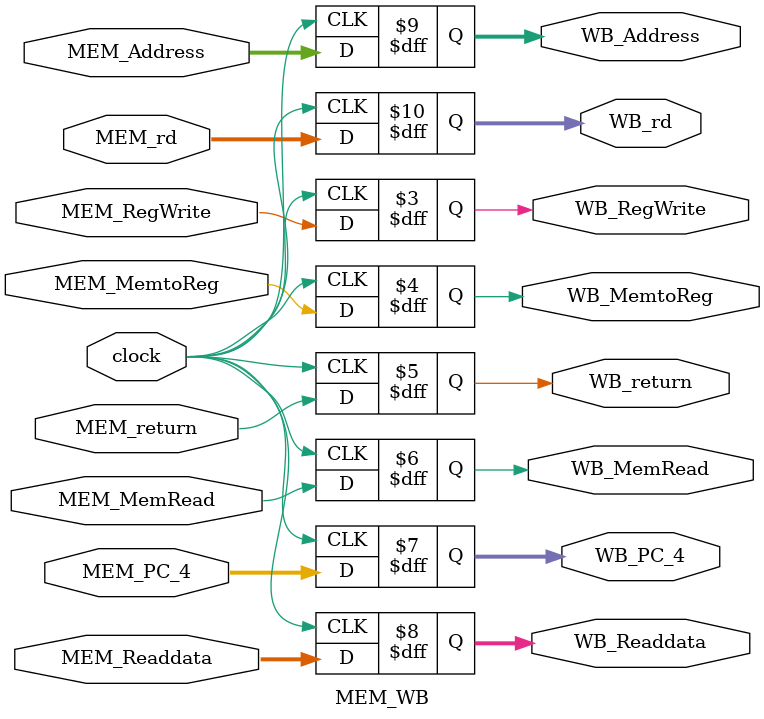
<source format=v>
module MEM_WB(
input clock,
input MEM_RegWrite,MEM_MemtoReg,MEM_return,MEM_MemRead,
input [31:0] MEM_PC_4,MEM_Readdata,MEM_Address,
input [4:0] MEM_rd,
output reg WB_RegWrite,WB_MemtoReg,WB_return, WB_MemRead,
output reg [31:0] WB_PC_4,WB_Readdata,WB_Address,
output reg [4:0]WB_rd
        );
        initial begin
        WB_RegWrite = 0;
        WB_MemtoReg = 0;
        WB_return = 0;
        WB_MemRead = 0;
        WB_PC_4 = 0;
        WB_Readdata = 0;
        WB_Address = 0;
        WB_rd = 0;
end
        always@(posedge clock)
        begin
        WB_RegWrite<=MEM_RegWrite;
        WB_MemtoReg<=MEM_MemtoReg;
        WB_return<=MEM_return;
        WB_MemRead<=MEM_MemRead;
        WB_PC_4<=MEM_PC_4;
        WB_Readdata<=MEM_Readdata;
        WB_Address<=MEM_Address;
        WB_rd<=MEM_rd;
        end
endmodule
</source>
